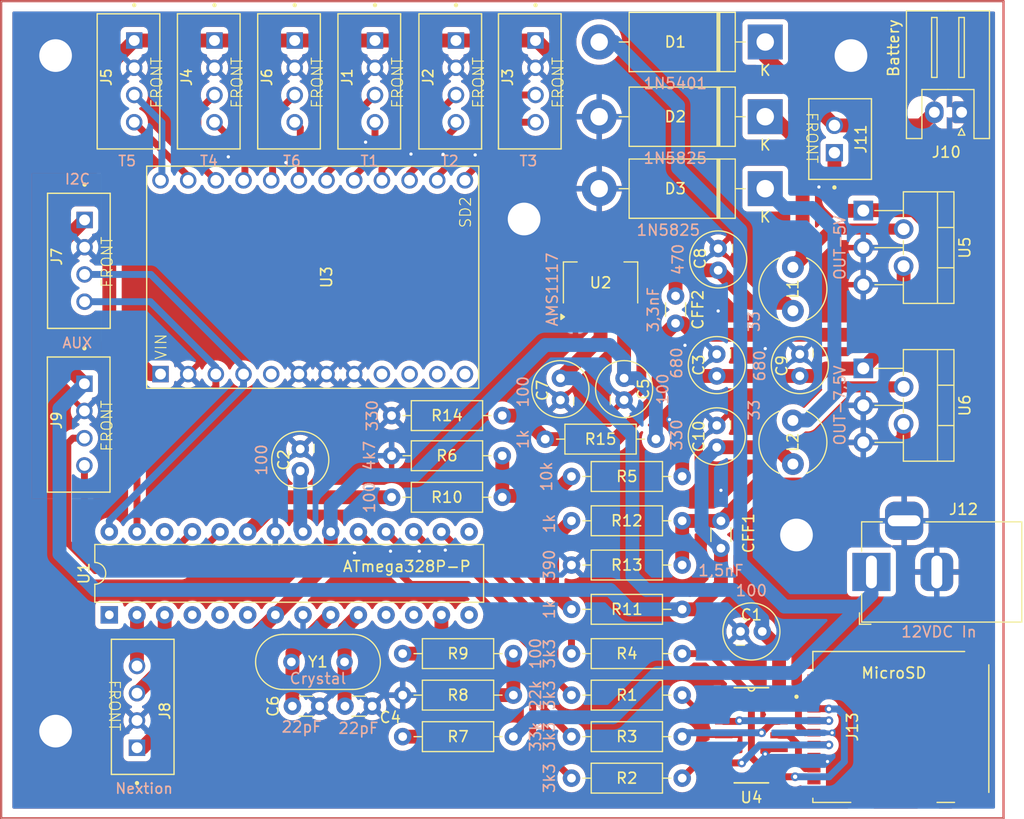
<source format=kicad_pcb>
(kicad_pcb (version 20240108) (generator "pcbnew") (generator_version "8.0")
  (layers (0 "F.Cu" signal) (31 "B.Cu" signal) (34 "B.Paste" user) (35 "F.Paste" user) (36 "B.SilkS" user "B.Silkscreen") (37 "F.SilkS" user "F.Silkscreen") (38 "B.Mask" user) (39 "F.Mask" user) (44 "Edge.Cuts" user))
  (net 0 "")
  (net 1 "Net-(U1-AREF)")
  (net 2 "Net-(U1-XTAL2{slash}PB7)")
  (net 3 "3V3DC")
  (net 4 "5VDC")
  (net 5 "Chg_Indicator")
  (net 6 "Net-(U1-XTAL1{slash}PB6)")
  (net 7 "Net-(U6-FB)")
  (net 8 "Net-(U5-FB)")
  (net 9 "Net-(D1-A)")
  (net 10 "CLK")
  (net 11 "Net-(D1-K)")
  (net 12 "Net-(D2-K)")
  (net 13 "Net-(D3-K)")
  (net 14 "MISO")
  (net 15 "Bat_Measure")
  (net 16 "CS")
  (net 18 "RX")
  (net 19 "TX")
  (net 20 "MOSI")
  (net 21 "AUX1")
  (net 26 "SCL")
  (net 27 "AUX2")
  (net 28 "SDA")
  (net 30 "Net-(U4-B0)")
  (net 31 "Net-(U4-B1)")
  (net 32 "CLK_L")
  (net 33 "MISO_L")
  (net 34 "CS_L")
  (net 35 "MOSI_L")
  (net 36 "Net-(U4-B2)")
  (net 37 "VBatt")
  (net 38 "7V5DC")
  (net 39 "Net-(U4-B3)")
  (net 46 "SDA2")
  (net 48 "SDA4")
  (net 49 "SCL5")
  (net 50 "SCL3")
  (net 51 "SCL0")
  (net 52 "SDA1")
  (net 53 "SDA5")
  (net 54 "SCL4")
  (net 55 "SDA3")
  (net 56 "SCL1")
  (net 57 "SCL2")
  (net 58 "SDA0")
  (net 59 "Net-(R10-Pad2)")
  (net 60 "Net-(R7-Pad2)")
  (net 61 "Net-(R11-Pad2)")
  (net 67 "GND")
  (footprint "Project_Fania_Ersa:JST_B4B-XH-A_LF__SN_" (layer "F.Cu") (at 133.205 75.526 90)
    (property "Reference" "J6")
    (property "Value" "T6")
  )
  (footprint "Capacitor_THT:C_Disc_D3.0mm_W1.6mm_P2.50mm" (layer "F.Cu") (at 138.342 132.87)
    (property "Reference" "C4")
    (property "Value" "22pF")
  )
  (footprint "Project_Fania_Ersa:JST_B4B-XH-A_LF__SN_" (layer "F.Cu") (at 118.473 75.526 90)
    (property "Reference" "J5")
    (property "Value" "T5")
  )
  (footprint "Project_Fania_Ersa:SOIC127P600X175-14N" (layer "F.Cu") (at 175.64 135.537)
    (property "Reference" "U4")
    (property "Value" "IC-SD")
  )
  (footprint "Package_DIP:DIP-28_W7.62mm" (layer "F.Cu") (at 116.712 124.488 90)
    (property "Reference" "U1")
    (property "Value" "ATmega328P-P")
  )
  (footprint "Project_Fania_Ersa:JST_B4B-XH-A_LF__SN_" (layer "F.Cu") (at 148.003 75.526 90)
    (property "Reference" "J2")
    (property "Value" "T2")
  )
  (footprint "Resistor_THT:R_Axial_DIN0207_L6.3mm_D2.5mm_P10.16mm_Horizontal" (layer "F.Cu") (at 169.29 123.98 180)
    (property "Reference" "R11")
    (property "Value" "1k")
  )
  (footprint "Resistor_THT:R_Axial_DIN0207_L6.3mm_D2.5mm_P10.16mm_Horizontal" (layer "F.Cu") (at 142.62 106.2)
    (property "Reference" "R14")
    (property "Value" "330")
  )
  (footprint "" (layer "F.Cu") (at 179.7794 117.157)
    (property "Reference" "")
    (property "Value" "")
  )
  (footprint "Inductor_THT:L_Radial_D6.0mm_P4.00mm" (layer "F.Cu") (at 179.45 106.645 -90)
    (property "Reference" "L2")
    (property "Value" "33")
  )
  (footprint "Capacitor_THT:C_Disc_D3.0mm_W1.6mm_P2.50mm" (layer "F.Cu") (at 168.6804 95.2272 -90)
    (property "Reference" "CFF2")
    (property "Value" "3,3nF")
  )
  (footprint "Resistor_THT:R_Axial_DIN0207_L6.3mm_D2.5mm_P10.16mm_Horizontal" (layer "F.Cu") (at 142.62 113.693)
    (property "Reference" "R10")
    (property "Value" "100")
  )
  (footprint "Resistor_THT:R_Axial_DIN0207_L6.3mm_D2.5mm_P10.16mm_Horizontal" (layer "F.Cu") (at 169.29 111.788 180)
    (property "Reference" "R5")
    (property "Value" "10k")
  )
  (footprint "Project_Fania_Ersa:HRS_DM3AT-SF-PEJM5" (layer "F.Cu") (at 189.356 134.775 90)
    (property "Reference" "J13")
    (property "Value" "MicroSD")
  )
  (footprint "Capacitor_THT:C_Disc_D3.0mm_W1.6mm_P2.50mm" (layer "F.Cu") (at 133.516 132.87)
    (property "Reference" "C6")
    (property "Value" "22pF")
  )
  (footprint "Package_TO_SOT_SMD:SOT-223-3_TabPin2" (layer "F.Cu") (at 161.797 94.008 90)
    (property "Reference" "U2")
    (property "Value" "AMS1117")
  )
  (footprint "Diode_THT:D_DO-201AD_P15.24mm_Horizontal" (layer "F.Cu") (at 176.91 85.372 180)
    (property "Reference" "D3")
    (property "Value" "1N5825")
  )
  (footprint "Project_Fania_Ersa:JST_B4B-XH-A_LF__SN_" (layer "F.Cu") (at 119.777 132.93 -90)
    (property "Reference" "J8")
    (property "Value" "Nextion")
  )
  (footprint "Capacitor_THT:C_Radial_D5.0mm_H11.0mm_P2.00mm" (layer "F.Cu") (at 172.465 102.565 90)
    (property "Reference" "C3")
    (property "Value" "680")
  )
  (footprint "Resistor_THT:R_Axial_DIN0207_L6.3mm_D2.5mm_P10.16mm_Horizontal" (layer "F.Cu") (at 143.636 128.044)
    (property "Reference" "R9")
    (property "Value" "100")
  )
  (footprint "Resistor_THT:R_Axial_DIN0207_L6.3mm_D2.5mm_P10.16mm_Horizontal" (layer "F.Cu") (at 159.13 139.474)
    (property "Reference" "R2")
    (property "Value" "3k3")
  )
  (footprint "Capacitor_THT:C_Disc_D3.0mm_W1.6mm_P2.50mm" (layer "F.Cu") (at 172.846 118.372 90)
    (property "Reference" "CFF1")
    (property "Value" "1,5nF")
  )
  (footprint "Resistor_THT:R_Axial_DIN0207_L6.3mm_D2.5mm_P10.16mm_Horizontal" (layer "F.Cu") (at 159.13 131.854)
    (property "Reference" "R1")
    (property "Value" "3k3")
  )
  (footprint "Capacitor_THT:C_Radial_D5.0mm_H11.0mm_P2.00mm" (layer "F.Cu") (at 172.592 92.865 90)
    (property "Reference" "C8")
    (property "Value" "470")
  )
  (footprint "Inductor_THT:L_Radial_D6.0mm_P4.00mm" (layer "F.Cu") (at 179.45 92.58 -90)
    (property "Reference" "L1")
    (property "Value" "33")
  )
  (footprint "Resistor_THT:R_Axial_DIN0207_L6.3mm_D2.5mm_P10.16mm_Horizontal" (layer "F.Cu") (at 159.13 115.852)
    (property "Reference" "R12")
    (property "Value" "1k")
  )
  (footprint "Connector_JST:JST_XH_S2B-XH-A_1x02_P2.50mm_Horizontal" (layer "F.Cu") (at 194.93 78.3616 180)
    (property "Reference" "J10")
    (property "Value" "Battery")
  )
  (footprint "Project_Fania_Ersa:JST_B4B-XH-A_LF__SN_" (layer "F.Cu") (at 125.839 75.526 90)
    (property "Reference" "J4")
    (property "Value" "T4")
  )
  (footprint "Connector_BarrelJack:BarrelJack_Horizontal" (layer "F.Cu") (at 186.658 120.551 180)
    (property "Reference" "J12")
    (property "Value" "12VDC In")
  )
  (footprint "Resistor_THT:R_Axial_DIN0207_L6.3mm_D2.5mm_P10.16mm_Horizontal" (layer "F.Cu") (at 153.796 135.664 180)
    (property "Reference" "R7")
    (property "Value" "33k")
  )
  (footprint "Capacitor_THT:C_Radial_D5.0mm_H11.0mm_P2.00mm" (layer "F.Cu") (at 158.114 102.771 -90)
    (property "Reference" "C7")
    (property "Value" "100")
  )
  (footprint "Capacitor_THT:C_Radial_D5.0mm_H11.0mm_P2.00mm" (layer "F.Cu") (at 172.465 109.105 90)
    (property "Reference" "C10")
    (property "Value" "330")
  )
  (footprint "Diode_THT:D_DO-201AD_P15.24mm_Horizontal" (layer "F.Cu") (at 176.91 78.768 180)
    (property "Reference" "D2")
    (property "Value" "1N5825")
  )
  (footprint "Resistor_THT:R_Axial_DIN0207_L6.3mm_D2.5mm_P10.16mm_Horizontal" (layer "F.Cu") (at 159.13 119.916)
    (property "Reference" "R13")
    (property "Value" "390")
  )
  (footprint "Capacitor_THT:C_Radial_D5.0mm_H11.0mm_P2.00mm" (layer "F.Cu") (at 134.238 111.264 90)
    (property "Reference" "C2")
    (property "Value" "100")
  )
  (footprint "Package_TO_SOT_THT:TO-220-5_P3.4x3.7mm_StaggerOdd_Lead3.8mm_Vertical" (layer "F.Cu") (at 185.91 101.862 -90)
    (property "Reference" "U6")
    (property "Value" "OUT-7,5V")
  )
  (footprint "Resistor_THT:R_Axial_DIN0207_L6.3mm_D2.5mm_P10.16mm_Horizontal" (layer "F.Cu") (at 159.13 135.664)
    (property "Reference" "R3")
    (property "Value" "3k3")
  )
  (footprint "Project_Fania_Ersa:JST_B4B-XH-A_LF__SN_" (layer "F.Cu") (at 113.901 107.022 90)
    (property "Reference" "J9")
    (property "Value" "AUX")
  )
  (footprint "Resistor_THT:R_Axial_DIN0207_L6.3mm_D2.5mm_P10.16mm_Horizontal" (layer "F.Cu") (at 166.877 108.359 180)
    (property "Reference" "R15")
    (property "Value" "1k")
  )
  (footprint "Project_Fania_Ersa:JST_B4B-XH-A_LF__SN_" (layer "F.Cu") (at 140.571 75.526 90)
    (property "Reference" "J1")
    (property "Value" "T1")
  )
  (footprint "Capacitor_THT:C_Radial_D5.0mm_H11.0mm_P2.00mm" (layer "F.Cu") (at 176.64 126.012 180)
    (property "Reference" "C1")
    (property "Value" "100")
  )
  (footprint "Resistor_THT:R_Axial_DIN0207_L6.3mm_D2.5mm_P10.16mm_Horizontal" (layer "F.Cu") (at 152.78 109.883 180)
    (property "Reference" "R6")
    (property "Value" "4k7")
  )
  (footprint "Resistor_THT:R_Axial_DIN0207_L6.3mm_D2.5mm_P10.16mm_Horizontal" (layer "F.Cu") (at 159.13 128.044)
    (property "Reference" "R4")
    (property "Value" "3k3")
  )
  (footprint "Project_Fania_Ersa:JST_B2B-XH-A" (layer "F.Cu") (at 183.785 80.82 -90)
    (property "Reference" "J11")
    (property "Value" "Switch")
  )
  (footprint "" (layer "F.Cu") (at 184.7794 73.157)
    (property "Reference" "")
    (property "Value" "")
  )
  (footprint "Project_Fania_Ersa:JST_B4B-XH-A_LF__SN_" (layer "F.Cu") (at 113.918 91.996 90)
    (property "Reference" "J7")
    (property "Value" "I2C")
  )
  (footprint "Project_Fania_Ersa:JST_B4B-XH-A_LF__SN_" (layer "F.Cu") (at 155.303 75.526 90)
    (property "Reference" "J3")
    (property "Value" "T3")
  )
  (footprint "Resistor_THT:R_Axial_DIN0207_L6.3mm_D2.5mm_P10.16mm_Horizontal" (layer "F.Cu") (at 153.796 131.854 180)
    (property "Reference" "R8")
    (property "Value" "22k")
  )
  (footprint "Capacitor_THT:C_Radial_D5.0mm_H11.0mm_P2.00mm" (layer "F.Cu") (at 180.085 102.565 90)
    (property "Reference" "C9")
    (property "Value" "680")
  )
  (footprint "Capacitor_THT:C_Radial_D5.0mm_H11.0mm_P2.00mm" (layer "F.Cu") (at 163.956 102.771 -90)
    (property "Reference" "C5")
    (property "Value" "100")
  )
  (footprint "" (layer "F.Cu") (at 111.7794 73.157)
    (property "Reference" "")
    (property "Value" "")
  )
  (footprint "Package_TO_SOT_THT:TO-220-5_P3.4x3.7mm_StaggerOdd_Lead3.8mm_Vertical" (layer "F.Cu") (at 185.91 87.384 -90)
    (property "Reference" "U5")
    (property "Value" "OUT-5V")
  )
  (footprint "Crystal:Crystal_HC49-4H_Vertical" (layer "F.Cu") (at 138.302 128.806 180)
    (property "Reference" "Y1")
    (property "Value" "Crystal")
  )
  (footprint "Project_Fania_Ersa:PCA9548A" (layer "F.Cu") (at 136.651 93.5 90)
    (property "Reference" "U3")
    (property "Value" "PCA9548A_Board")
  )
  (footprint "Diode_THT:D_DO-201AD_P15.24mm_Horizontal" (layer "F.Cu") (at 176.91 71.91 180)
    (property "Reference" "D1")
    (property "Value" "1N5401")
  )
  (footprint "" (layer "F.Cu") (at 154.7794 88.157)
    (property "Reference" "")
    (property "Value" "")
  )
  (footprint "" (layer "F.Cu") (at 111.7794 135.157)
    (property "Reference" "")
    (property "Value" "")
  )
  (gr_rect (start 106.7794 68.157) (end 198.7794 143.157) (stroke (width 0.2)) (fill none) (layer "F.Cu"))
  (gr_rect (start 106.7794 68.157) (end 198.7794 143.157) (stroke (width 0.05)) (fill none) (layer "Edge.Cuts"))
  (segment (start 134.238 111.264) (end 134.238 116.614) (width 1.27) (layer "B.Cu") (net 1))
  (segment (start 134.238 116.614) (end 134.492 116.868) (width 1.27) (layer "B.Cu") (net 1))
  (segment (start 138.302 132.83) (end 138.302 125.758) (width 1.27) (layer "F.Cu") (net 2))
  (segment (start 138.302 125.758) (end 139.572 124.488) (width 1.27) (layer "F.Cu") (net 2))
  (segment (start 138.342 132.87) (end 138.302 132.83) (width 1.27) (layer "F.Cu") (net 2))
  (segment (start 118.998 71.776) (end 116.712 74.062) (width 1.27) (layer "F.Cu") (net 3))
  (segment (start 181.381 135.3) (end 180.558968 135.3) (width 0.635) (layer "F.Cu") (net 3))
  (segment (start 161.797 97.158) (end 161.797 99.088) (width 1.27) (layer "F.Cu") (net 3))
  (segment (start 163.702 75.847) (end 160.019 75.847) (width 1.27) (layer "F.Cu") (net 3))
  (segment (start 161.797 90.858) (end 161.797 97.158) (width 1.27) (layer "F.Cu") (net 3))
  (segment (start 179.069 131.727) (end 178.18 131.727) (width 0.635) (layer "F.Cu") (net 3))
  (segment (start 118.998 71.776) (end 155.828 71.776) (width 1.27) (layer "F.Cu") (net 3))
  (segment (start 155.948 71.776) (end 155.828 71.776) (width 1.27) (layer "F.Cu") (net 3))
  (segment (start 165.988 78.133) (end 163.702 75.847) (width 1.27) (layer "F.Cu") (net 3))
  (segment (start 179.958 134.699032) (end 179.958 132.616) (width 0.635) (layer "F.Cu") (net 3))
  (segment (start 116.712 74.062) (end 116.712 98.58) (width 1.27) (layer "F.Cu") (net 3))
  (segment (start 179.958 132.616) (end 179.069 131.727) (width 0.635) (layer "F.Cu") (net 3))
  (segment (start 178.18 127.552) (end 176.64 126.012) (width 1.27) (layer "F.Cu") (net 3))
  (segment (start 165.988 86.667) (end 165.988 78.133) (width 1.27) (layer "F.Cu") (net 3))
  (segment (start 180.558968 135.3) (end 179.958 134.699032) (width 0.635) (layer "F.Cu") (net 3))
  (segment (start 178.18 131.727) (end 178.18 127.552) (width 1.27) (layer "F.Cu") (net 3))
  (segment (start 161.797 90.858) (end 165.988 86.667) (width 1.27) (layer "F.Cu") (net 3))
  (segment (start 161.797 99.088) (end 158.114 102.771) (width 1.27) (layer "F.Cu") (net 3))
  (segment (start 116.712 98.58) (end 120.522 102.39) (width 1.27) (layer "F.Cu") (net 3))
  (segment (start 120.522 102.39) (end 121.411 102.39) (width 1.27) (layer "F.Cu") (net 3))
  (segment (start 160.019 75.847) (end 155.948 71.776) (width 1.27) (layer "F.Cu") (net 3))
  (segment (start 164.718 107.978) (end 164.718 120.932) (width 1.27) (layer "B.Cu") (net 3))
  (segment (start 159.511 102.771) (end 164.718 107.978) (width 1.27) (layer "B.Cu") (net 3))
  (segment (start 173.96137 122.202) (end 176.64 124.88063) (width 1.27) (layer "B.Cu") (net 3))
  (segment (start 158.114 102.771) (end 159.511 102.771) (width 1.27) (layer "B.Cu") (net 3))
  (segment (start 164.718 120.932) (end 165.988 122.202) (width 1.27) (layer "B.Cu") (net 3))
  (segment (start 176.64 124.88063) (end 176.64 126.012) (width 1.27) (layer "B.Cu") (net 3))
  (segment (start 165.988 122.202) (end 173.96137 122.202) (width 1.27) (layer "B.Cu") (net 3))
  (segment (start 166.496 92.865) (end 164.097 95.264) (width 1.27) (layer "F.Cu") (net 4))
  (segment (start 172.592 92.865) (end 168.909 92.865) (width 1.27) (layer "F.Cu") (net 4))
  (segment (start 172.592 92.865) (end 175.577 95.85) (width 1.27) (layer "F.Cu") (net 4))
  (segment (start 164.097 95.264) (end 164.097 97.158) (width 1.27) (layer "F.Cu") (net 4))
  (segment (start 168.6804 95.2272) (end 168.6804 93.0936) (width 1.27) (layer "F.Cu") (net 4))
  (segment (start 164.097 97.158) (end 163.956 97.299) (width 1.27) (layer "F.Cu") (net 4))
  (segment (start 168.909 92.865) (end 166.496 92.865) (width 1.27) (layer "F.Cu") (net 4))
  (segment (start 168.6804 93.0936) (end 168.909 92.865) (width 1.27) (layer "F.Cu") (net 4))
  (segment (start 163.956 97.299) (end 163.956 102.771) (width 1.27) (layer "F.Cu") (net 4))
  (segment (start 175.577 95.85) (end 178.72 95.85) (width 1.27) (layer "F.Cu") (net 4))
  (segment (start 137.032 119.408) (end 137.032 116.868) (width 1.27) (layer "F.Cu") (net 4))
  (segment (start 131.952 124.488) (end 137.032 119.408) (width 1.27) (layer "F.Cu") (net 4))
  (segment (start 119.76 136.68) (end 119.252 136.68) (width 1.27) (layer "F.Cu") (net 4))
  (segment (start 178.72 95.85) (end 179.45 96.58) (width 1.27) (layer "F.Cu") (net 4))
  (segment (start 131.952 124.488) (end 119.76 136.68) (width 1.27) (layer "F.Cu") (net 4))
  (segment (start 165.08737 102.771) (end 166.877 104.56063) (width 1.27) (layer "B.Cu") (net 4))
  (segment (start 137.032 116.868) (end 137.032 114.455) (width 1.27) (layer "B.Cu") (net 4))
  (segment (start 137.032 114.455) (end 139.826 111.661) (width 1.27) (layer "B.Cu") (net 4))
  (segment (start 163.956 102.771) (end 165.08737 102.771) (width 1.27) (layer "B.Cu") (net 4))
  (segment (start 139.826 111.661) (end 144.779 111.661) (width 1.27) (layer "B.Cu") (net 4))
  (segment (start 162.6225 99.723) (end 163.956 101.0565) (width 1.27) (layer "B.Cu") (net 4))
  (segment (start 156.717 99.723) (end 162.6225 99.723) (width 1.27) (layer "B.Cu") (net 4))
  (segment (start 144.779 111.661) (end 156.717 99.723) (width 1.27) (layer "B.Cu") (net 4))
  (segment (start 166.877 104.56063) (end 166.877 108.359) (width 1.27) (layer "B.Cu") (net 4))
  (segment (start 163.956 101.0565) (end 163.956 102.771) (width 1.27) (layer "B.Cu") (net 4))
  (segment (start 147.192 126.52) (end 147.192 124.488) (width 1.27) (layer "F.Cu") (net 5))
  (segment (start 145.668 128.044) (end 147.192 126.52) (width 1.27) (layer "F.Cu") (net 5))
  (segment (start 143.636 128.044) (end 145.668 128.044) (width 1.27) (layer "F.Cu") (net 5))
  (segment (start 133.516 132.87) (end 133.516 128.004) (width 1.27) (layer "F.Cu") (net 6))
  (segment (start 133.516 128.004) (end 137.032 124.488) (width 1.27) (layer "F.Cu") (net 6))
  (segment (start 169.29 119.916) (end 169.29 115.852) (width 1.27) (layer "F.Cu") (net 7))
  (segment (start 189.61 106.962) (end 189.61 108.234792) (width 1.27) (layer "F.Cu") (net 7))
  (segment (start 169.31 115.872) (end 169.29 115.852) (width 1.27) (layer "F.Cu") (net 7))
  (segment (start 172.846 115.872) (end 169.31 115.872) (width 1.27) (layer "F.Cu") (net 7))
  (segment (start 189.61 108.234792) (end 185.319792 112.525) (width 1.27) (layer "F.Cu") (net 7))
  (segment (start 176.193 112.525) (end 172.846 115.872) (width 1.27) (layer "F.Cu") (net 7))
  (segment (start 185.319792 112.525) (end 176.193 112.525) (width 1.27) (layer "F.Cu") (net 7))
  (segment (start 163.194 108.359) (end 167.131 104.422) (width 1.27) (layer "F.Cu") (net 8))
  (segment (start 169.3662 97.7272) (end 170.4222 98.7832) (width 1.27) (layer "F.Cu") (net 8))
  (segment (start 185.1904 98.7832) (end 189.61 94.3636) (width 1.27) (layer "F.Cu") (net 8))
  (segment (start 154.558 106.2) (end 156.717 108.359) (width 1.27) (layer "F.Cu") (net 8))
  (segment (start 189.61 94.3636) (end 189.61 92.484) (width 1.27) (layer "F.Cu") (net 8))
  (segment (start 167.131 99.2766) (end 168.6804 97.7272) (width 1.27) (layer "F.Cu") (net 8))
  (segment (start 152.78 106.2) (end 154.558 106.2) (width 1.27) (layer "F.Cu") (net 8))
  (segment (start 168.6804 97.7272) (end 169.3662 97.7272) (width 1.27) (layer "F.Cu") (net 8))
  (segment (start 156.717 108.359) (end 163.194 108.359) (width 1.27) (layer "F.Cu") (net 8))
  (segment (start 167.131 104.422) (end 167.131 99.2766) (width 1.27) (layer "F.Cu") (net 8))
  (segment (start 170.4222 98.7832) (end 185.1904 98.7832) (width 1.27) (layer "F.Cu") (net 8))
  (segment (start 174.624 119.662) (end 174.624 89.182) (width 1.27) (layer "B.Cu") (net 9))
  (segment (start 179.45 129.822) (end 186.054 123.218) (width 1.27) (layer "B.Cu") (net 9))
  (segment (start 186.054 123.218) (end 185.546 123.726) (width 1.27) (layer "B.Cu") (net 9))
  (segment (start 168.909 83.467) (end 168.909 77.752) (width 1.27) (layer "B.Cu") (net 9))
  (segment (start 168.909 77.752) (end 163.067 71.91) (width 1.27) (layer "B.Cu") (net 9))
  (segment (start 178.688 123.726) (end 174.624 119.662) (width 1.27) (layer "B.Cu") (net 9))
  (segment (start 162.94 133.886) (end 167.004 129.822) (width 1.27) (layer "B.Cu") (net 9))
  (segment (start 186.658 120.551) (end 186.658 122.614) (width 1.27) (layer "B.Cu") (net 9))
  (segment (start 155.574 133.886) (end 162.94 133.886) (width 1.27) (layer "B.Cu") (net 9))
  (segment (start 185.546 123.726) (end 178.688 123.726) (width 1.27) (layer "B.Cu") (net 9))
  (segment (start 163.067 71.91) (end 161.67 71.91) (width 1.27) (layer "B.Cu") (net 9))
  (segment (start 153.796 135.664) (end 155.574 133.886) (width 1.27) (layer "B.Cu") (net 9))
  (segment (start 167.004 129.822) (end 179.45 129.822) (width 1.27) (layer "B.Cu") (net 9))
  (segment (start 174.624 89.182) (end 168.909 83.467) (width 1.27) (layer "B.Cu") (net 9))
  (segment (start 186.658 122.614) (end 186.054 123.218) (width 1.27) (layer "B.Cu") (net 9))
  (segment (start 139.572 116.868) (end 144.398 121.694) (width 0.635) (layer "F.Cu") (net 10))
  (segment (start 155.574 127.663) (end 155.574 135.918) (width 0.635) (layer "F.Cu") (net 10))
  (segment (start 149.605 121.694) (end 155.574 127.663) (width 0.635) (layer "F.Cu") (net 10))
  (segment (start 144.398 121.694) (end 149.605 121.694) (width 0.635) (layer "F.Cu") (net 10))
  (segment (start 155.574 135.918) (end 159.13 139.474) (width 0.635) (layer "F.Cu") (net 10))
  (segment (start 176.91 73.22) (end 183.26 79.57) (width 1.27) (layer "F.Cu") (net 11))
  (segment (start 191.2216 79.57) (end 192.43 78.3616) (width 1.27) (layer "F.Cu") (net 11))
  (segment (start 183.26 79.57) (end 191.2216 79.57) (width 1.27) (layer "F.Cu") (net 11))
  (segment (start 176.91 71.91) (end 176.91 73.22) (width 1.27) (layer "F.Cu") (net 11))
  (segment (start 180.339 81.435) (end 180.339 91.691) (width 1.27) (layer "F.Cu") (net 12))
  (segment (start 180.339 91.691) (end 179.45 92.58) (width 1.27) (layer "F.Cu") (net 12))
  (segment (start 177.672 78.768) (end 180.339 81.435) (width 1.27) (layer "F.Cu") (net 12))
  (segment (start 189.61 89.084) (end 182.946 89.084) (width 1.016) (layer "F.Cu") (net 12))
  (segment (start 182.946 89.084) (end 179.45 92.58) (width 1.016) (layer "F.Cu") (net 12))
  (segment (start 176.91 78.768) (end 177.672 78.768) (width 1.27) (layer "F.Cu") (net 12))
  (segment (start 183.866 103.562) (end 180.783 106.645) (width 1.016) (layer "F.Cu") (net 13))
  (segment (start 180.783 106.645) (end 179.45 106.645) (width 1.016) (layer "F.Cu") (net 13))
  (segment (start 189.61 103.562) (end 183.866 103.562) (width 1.016) (layer "F.Cu") (net 13))
  (segment (start 176.91 85.372) (end 178.688 87.15) (width 1.27) (layer "B.Cu") (net 13))
  (segment (start 183.26 89.182) (end 183.26 104.168) (width 1.27) (layer "B.Cu") (net 13))
  (segment (start 183.26 104.168) (end 180.783 106.645) (width 1.27) (layer "B.Cu") (net 13))
  (segment (start 181.228 87.15) (end 183.26 89.182) (width 1.27) (layer "B.Cu") (net 13))
  (segment (start 180.783 106.645) (end 179.45 106.645) (width 1.27) (layer "B.Cu") (net 13))
  (segment (start 178.688 87.15) (end 181.228 87.15) (width 1.27) (layer "B.Cu") (net 13))
  (segment (start 150.24 120.678) (end 156.59 127.028) (width 0.635) (layer "F.Cu") (net 14))
  (segment (start 145.922 120.678) (end 150.24 120.678) (width 0.635) (layer "F.Cu") (net 14))
  (segment (start 156.59 133.124) (end 159.13 135.664) (width 0.635) (layer "F.Cu") (net 14))
  (segment (start 156.59 127.028) (end 156.59 133.124) (width 0.635) (layer "F.Cu") (net 14))
  (segment (start 142.112 116.868) (end 145.922 120.678) (width 0.635) (layer "F.Cu") (net 14))
  (segment (start 142.62 113.693) (end 132.587 113.693) (width 1.27) (layer "F.Cu") (net 15))
  (segment (start 132.587 113.693) (end 129.412 116.868) (width 1.27) (layer "F.Cu") (net 15))
  (segment (start 151.51 118.646) (end 159.13 126.266) (width 0.635) (layer "F.Cu") (net 16))
  (segment (start 148.97 118.646) (end 151.51 118.646) (width 0.635) (layer "F.Cu") (net 16))
  (segment (start 147.192 116.868) (end 148.97 118.646) (width 0.635) (layer "F.Cu") (net 16))
  (segment (start 159.13 126.266) (end 159.13 128.044) (width 0.635) (layer "F.Cu") (net 16))
  (segment (start 119.252 124.488) (end 119.252 129.18) (width 1.27) (layer "F.Cu") (net 18))
  (segment (start 121.792 124.488) (end 121.792 129.14) (width 1.27) (layer "F.Cu") (net 19))
  (segment (start 121.792 129.14) (end 119.252 131.68) (width 1.27) (layer "F.Cu") (net 19))
  (segment (start 151.002 119.662) (end 157.606 126.266) (width 0.635) (layer "F.Cu") (net 20))
  (segment (start 157.606 126.266) (end 157.606 130.33) (width 0.635) (layer "F.Cu") (net 20))
  (segment (start 147.446 119.662) (end 151.002 119.662) (width 0.635) (layer "F.Cu") (net 20))
  (segment (start 144.652 116.868) (end 147.446 119.662) (width 0.635) (layer "F.Cu") (net 20))
  (segment (start 157.606 130.33) (end 159.13 131.854) (width 0.635) (layer "F.Cu") (net 20))
  (segment (start 113.37 108.272) (end 112.902 108.74) (width 0.635) (layer "F.Cu") (net 21))
  (segment (start 115.442 120.424) (end 123.316 120.424) (width 0.635) (layer "F.Cu") (net 21))
  (segment (start 123.316 120.424) (end 126.872 116.868) (width 0.635) (layer "F.Cu") (net 21))
  (segment (start 112.902 108.74) (end 112.902 117.884) (width 0.635) (layer "F.Cu") (net 21))
  (segment (start 112.902 117.884) (end 115.442 120.424) (width 0.635) (layer "F.Cu") (net 21))
  (segment (start 114.426 108.272) (end 113.37 108.272) (width 0.635) (layer "F.Cu") (net 21))
  (segment (start 129.031 102.39) (end 129.031 103.533) (width 0.635) (layer "B.Cu") (net 26))
  (segment (start 116.712 115.852) (end 116.712 116.868) (width 0.635) (layer "B.Cu") (net 26))
  (segment (start 114.443 93.246) (end 120.522 93.246) (width 0.635) (layer "B.Cu") (net 26))
  (segment (start 129.031 103.533) (end 116.712 115.852) (width 0.635) (layer "B.Cu") (net 26))
  (segment (start 120.522 93.246) (end 129.031 101.755) (width 0.635) (layer "B.Cu") (net 26))
  (segment (start 129.031 101.755) (end 129.031 102.39) (width 0.635) (layer "B.Cu") (net 26))
  (segment (start 114.426 117.63) (end 115.95 119.154) (width 0.635) (layer "F.Cu") (net 27))
  (segment (start 115.95 119.154) (end 122.046 119.154) (width 0.635) (layer "F.Cu") (net 27))
  (segment (start 122.046 119.154) (end 124.332 116.868) (width 0.635) (layer "F.Cu") (net 27))
  (segment (start 114.426 110.772) (end 114.426 117.63) (width 0.635) (layer "F.Cu") (net 27))
  (segment (start 126.491 102.39) (end 126.491 103.533) (width 0.635) (layer "F.Cu") (net 28))
  (segment (start 119.252 110.772) (end 119.252 116.868) (width 0.635) (layer "F.Cu") (net 28))
  (segment (start 126.491 103.533) (end 119.252 110.772) (width 0.635) (layer "F.Cu") (net 28))
  (segment (start 114.443 95.746) (end 120.482 95.746) (width 0.635) (layer "B.Cu") (net 28))
  (segment (start 120.482 95.746) (end 126.491 101.755) (width 0.635) (layer "B.Cu") (net 28))
  (segment (start 126.491 101.755) (end 126.491 102.39) (width 0.635) (layer "B.Cu") (net 28))
  (segment (start 173.1 132.997) (end 170.433 132.997) (width 0.508) (layer "F.Cu") (net 30))
  (segment (start 170.433 132.997) (end 169.29 131.854) (width 0.508) (layer "F.Cu") (net 30))
  (segment (start 169.29 139.474) (end 171.957 136.807) (width 0.635) (layer "F.Cu") (net 31))
  (segment (start 171.957 136.807) (end 173.1 136.807) (width 0.635) (layer "F.Cu") (net 31))
  (segment (start 181.381 136.4) (end 182.472 136.4) (width 0.635) (layer "F.Cu") (net 32))
  (segment (start 173.1 138.077) (end 174.751 138.077) (width 0.635) (layer "F.Cu") (net 32))
  (via (at 182.752 136.426) (size 0.8) (drill 0.4) (layers "F.Cu" "B.Cu") (net 32))
  (via (at 174.751 138.077) (size 0.8) (drill 0.4) (layers "F.Cu" "B.Cu") (net 32))
  (segment (start 176.402 136.426) (end 174.751 138.077) (width 0.635) (layer "B.Cu") (net 32))
  (segment (start 182.752 136.426) (end 176.402 136.426) (width 0.635) (layer "B.Cu") (net 32))
  (segment (start 179.958 137.95) (end 179.958 136.426) (width 0.635) (layer "F.Cu") (net 33))
  (segment (start 180.608 138.6) (end 179.958 137.95) (width 0.635) (layer "F.Cu") (net 33))
  (segment (start 179.958 136.426) (end 179.069 135.537) (width 0.635) (layer "F.Cu") (net 33))
  (segment (start 181.381 138.6) (end 180.608 138.6) (width 0.635) (layer "F.Cu") (net 33))
  (segment (start 179.069 135.537) (end 178.18 135.537) (width 0.635) (layer "F.Cu") (net 33))
  (segment (start 182.728 133.1) (end 181.381 133.1) (width 0.635) (layer "F.Cu") (net 34))
  (segment (start 179.6532 139.347) (end 178.18 139.347) (width 0.635) (layer "F.Cu") (net 34))
  (segment (start 182.728 133.1) (end 182.474 133.1) (width 0.635) (layer "F.Cu") (net 34))
  (segment (start 182.752 133.124) (end 182.728 133.1) (width 0.635) (layer "F.Cu") (net 34))
  (via (at 182.752 133.124) (size 0.8) (drill 0.4) (layers "F.Cu" "B.Cu") (net 34))
  (via (at 179.6532 139.347) (size 0.8) (drill 0.4) (layers "F.Cu" "B.Cu") (net 34))
  (segment (start 184.1744 133.7336) (end 183.5648 133.124) (width 0.635) (layer "B.Cu") (net 34))
  (segment (start 182.7774 139.347) (end 184.1744 137.95) (width 0.635) (layer "B.Cu") (net 34))
  (segment (start 184.1744 137.95) (end 184.1744 133.7336) (width 0.635) (layer "B.Cu") (net 34))
  (segment (start 183.5648 133.124) (end 182.752 133.124) (width 0.635) (layer "B.Cu") (net 34))
  (segment (start 179.6532 139.347) (end 182.7774 139.347) (width 0.635) (layer "B.Cu") (net 34))
  (segment (start 174.5386 134.2) (end 174.4716 134.267) (width 0.635) (layer "F.Cu") (net 35))
  (segment (start 174.4716 134.267) (end 173.1 134.267) (width 0.635) (layer "F.Cu") (net 35))
  (segment (start 182.752 134.2) (end 181.381 134.2) (width 0.635) (layer "F.Cu") (net 35))
  (via (at 174.5386 134.2) (size 0.8) (drill 0.4) (layers "F.Cu" "B.Cu") (net 35))
  (via (at 182.752 134.2) (size 0.8) (drill 0.4) (layers "F.Cu" "B.Cu") (net 35))
  (segment (start 174.5386 134.2) (end 182.752 134.2) (width 0.635) (layer "B.Cu") (net 35))
  (segment (start 178.18 134.267) (end 177.6212 134.267) (width 0.635) (layer "F.Cu") (net 36))
  (segment (start 177.6212 134.267) (end 176.5798 135.3084) (width 0.635) (layer "F.Cu") (net 36))
  (via (at 176.5798 135.3084) (size 0.8) (drill 0.4) (layers "F.Cu" "B.Cu") (net 36))
  (segment (start 176.5798 135.3084) (end 169.6456 135.3084) (width 0.635) (layer "B.Cu") (net 36))
  (segment (start 169.6456 135.3084) (end 169.29 135.664) (width 0.635) (layer "B.Cu") (net 36))
  (segment (start 181.815 102.565) (end 180.085 102.565) (width 1.27) (layer "F.Cu") (net 37))
  (segment (start 170.639 102.565) (end 169.29 103.914) (width 1.27) (layer "F.Cu") (net 37))
  (segment (start 190.571 87.349) (end 185.945 87.349) (width 1.27) (layer "F.Cu") (net 37))
  (segment (start 185.89 87.404) (end 184.276 87.404) (width 1.27) (layer "F.Cu") (net 37))
  (segment (start 185.89 101.882) (end 182.498 101.882) (width 1.27) (layer "F.Cu") (net 37))
  (segment (start 192.658 89.436) (end 190.571 87.349) (width 1.27) (layer "F.Cu") (net 37))
  (segment (start 183.26 86.388) (end 183.26 82.07) (width 1.27) (layer "F.Cu") (net 37))
  (segment (start 185.945 87.349) (end 185.91 87.384) (width 1.27) (layer "F.Cu") (net 37))
  (segment (start 184.276 87.404) (end 183.26 86.388) (width 1.27) (layer "F.Cu") (net 37))
  (segment (start 172.465 102.565) (end 170.639 102.565) (width 1.27) (layer "F.Cu") (net 37))
  (segment (start 182.498 101.882) (end 181.815 102.565) (width 1.27) (layer "F.Cu") (net 37))
  (segment (start 185.91 101.862) (end 192.658 95.114) (width 1.27) (layer "F.Cu") (net 37))
  (segment (start 180.085 102.565) (end 172.465 102.565) (width 1.27) (layer "F.Cu") (net 37))
  (segment (start 185.91 87.384) (end 185.89 87.404) (width 1.27) (layer "F.Cu") (net 37))
  (segment (start 192.658 95.114) (end 192.658 89.436) (width 1.27) (layer "F.Cu") (net 37))
  (segment (start 185.91 101.862) (end 185.89 101.882) (width 1.27) (layer "F.Cu") (net 37))
  (segment (start 169.29 103.914) (end 169.29 111.788) (width 1.27) (layer "F.Cu") (net 37))
  (segment (start 177.91 109.105) (end 179.45 110.645) (width 1.27) (layer "F.Cu") (net 38))
  (segment (start 114.426 103.272) (end 112.14 100.986) (width 1.27) (layer "F.Cu") (net 38))
  (segment (start 170.56 123.98) (end 172.846 121.694) (width 1.27) (layer "F.Cu") (net 38))
  (segment (start 169.29 123.98) (end 170.56 123.98) (width 1.27) (layer "F.Cu") (net 38))
  (segment (start 112.14 100.986) (end 112.14 90.549) (width 1.27) (layer "F.Cu") (net 38))
  (segment (start 172.465 109.105) (end 177.91 109.105) (width 1.27) (layer "F.Cu") (net 38))
  (segment (start 112.14 90.549) (end 114.443 88.246) (width 1.27) (layer "F.Cu") (net 38))
  (segment (start 172.846 121.694) (end 172.846 118.372) (width 1.27) (layer "F.Cu") (net 38))
  (segment (start 164.464 123.98) (end 162.686 122.202) (width 1.27) (layer "B.Cu") (net 38))
  (segment (start 112.14 118.9) (end 112.14 105.558) (width 1.27) (layer "B.Cu") (net 38))
  (segment (start 162.686 122.202) (end 115.442 122.202) (width 1.27) (layer "B.Cu") (net 38))
  (segment (start 171.068 110.502) (end 171.068 116.594) (width 1.27) (layer "B.Cu") (net 38))
  (segment (start 171.068 116.594) (end 172.846 118.372) (width 1.27) (layer "B.Cu") (net 38))
  (segment (start 115.442 122.202) (end 112.14 118.9) (width 1.27) (layer "B.Cu") (net 38))
  (segment (start 172.465 109.105) (end 171.068 110.502) (width 1.27) (layer "B.Cu") (net 38))
  (segment (start 169.29 123.98) (end 164.464 123.98) (width 1.27) (layer "B.Cu") (net 38))
  (segment (start 112.14 105.558) (end 114.426 103.272) (width 1.27) (layer "B.Cu") (net 38))
  (segment (start 175.64 131.854) (end 175.64 137.5436) (width 0.635) (layer "F.Cu") (net 39))
  (segment (start 176.1734 138.077) (end 178.18 138.077) (width 0.635) (layer "F.Cu") (net 39))
  (segment (start 169.29 128.044) (end 171.83 128.044) (width 0.635) (layer "F.Cu") (net 39))
  (segment (start 175.64 137.5436) (end 176.1734 138.077) (width 0.635) (layer "F.Cu") (net 39))
  (segment (start 171.83 128.044) (end 175.64 131.854) (width 0.635) (layer "F.Cu") (net 39))
  (segment (start 154.431 79.276) (end 149.351 84.356) (width 0.635) (layer "F.Cu") (net 46))
  (segment (start 155.828 79.276) (end 154.431 79.276) (width 0.635) (layer "F.Cu") (net 46))
  (segment (start 149.351 84.356) (end 149.351 84.61) (width 0.635) (layer "F.Cu") (net 46))
  (segment (start 123.951 84.61) (end 123.951 84.229) (width 0.635) (layer "F.Cu") (net 48))
  (segment (start 123.951 84.229) (end 118.998 79.276) (width 0.635) (layer "F.Cu") (net 48))
  (segment (start 131.698 78.808) (end 131.698 84.483) (width 0.635) (layer "F.Cu") (net 49))
  (segment (start 133.73 76.776) (end 131.698 78.808) (width 0.635) (layer "F.Cu") (net 49))
  (segment (start 131.698 84.483) (end 131.571 84.61) (width 0.635) (layer "F.Cu") (net 49))
  (segment (start 125.0925 78.0475) (end 125.0525 78.0475) (width 0.635) (layer "F.Cu") (net 50))
  (segment (start 126.364 76.776) (end 125.0925 78.0475) (width 0.635) (layer "F.Cu") (net 50))
  (segment (start 124.84 82.959) (end 126.491 84.61) (width 0.635) (layer "F.Cu") (net 50))
  (segment (start 125.0525 78.0475) (end 124.84 78.26) (width 0.635) (layer "F.Cu") (net 50))
  (segment (start 124.84 78.26) (end 124.84 82.959) (width 0.635) (layer "F.Cu") (net 50))
  (segment (start 136.651 84.61) (end 136.651 83.975) (width 0.635) (layer "F.Cu") (net 51))
  (segment (start 139.318 81.308) (end 139.318 78.554) (width 0.635) (layer "F.Cu") (net 51))
  (segment (start 136.651 83.975) (end 139.318 81.308) (width 0.635) (layer "F.Cu") (net 51))
  (segment (start 139.318 78.554) (end 141.096 76.776) (width 0.635) (layer "F.Cu") (net 51))
  (segment (start 148.528 79.718) (end 148.528 79.276) (width 0.635) (layer "F.Cu") (net 52))
  (segment (start 144.271 83.975) (end 148.528 79.718) (width 0.635) (layer "F.Cu") (net 52))
  (segment (start 144.271 84.61) (end 144.271 83.975) (width 0.635) (layer "F.Cu") (net 52))
  (segment (start 133.73 79.276) (end 134.238 79.784) (width 0.635) (layer "F.Cu") (net 53))
  (segment (start 134.238 84.483) (end 134.111 84.61) (width 0.635) (layer "F.Cu") (net 53))
  (segment (start 134.238 79.784) (end 134.238 84.483) (width 0.635) (layer "F.Cu") (net 53))
  (segment (start 121.538 84.483) (end 121.411 84.61) (width 0.635) (layer "B.Cu") (net 54))
  (segment (start 118.998 76.776) (end 121.538 79.316) (width 0.635) (layer "B.Cu") (net 54))
  (segment (start 121.538 79.316) (end 121.538 84.483) (width 0.635) (layer "B.Cu") (net 54))
  (segment (start 129.158 82.07) (end 129.158 84.483) (width 0.635) (layer "F.Cu") (net 55))
  (segment (start 129.158 84.483) (end 129.031 84.61) (width 0.635) (layer "F.Cu") (net 55))
  (segment (start 126.364 79.276) (end 129.158 82.07) (width 0.635) (layer "F.Cu") (net 55))
  (segment (start 141.731 83.573) (end 148.528 76.776) (width 0.635) (layer "F.Cu") (net 56))
  (segment (start 141.731 84.61) (end 141.731 83.573) (width 0.635) (layer "F.Cu") (net 56))
  (segment (start 146.811 84.61) (end 146.811 84.229) (width 0.635) (layer "F.Cu") (net 57))
  (segment (start 154.264 76.776) (end 155.828 76.776) (width 0.635) (layer "F.Cu") (net 57))
  (segment (start 146.811 84.229) (end 154.264 76.776) (width 0.635) (layer "F.Cu") (net 57))
  (segment (start 139.191 84.229) (end 141.096 82.324) (width 0.635) (layer "F.Cu") (net 58))
  (segment (start 141.096 82.324) (end 141.096 79.276) (width 0.635) (layer "F.Cu") (net 58))
  (segment (start 139.191 84.61) (end 139.191 84.229) (width 0.635) (layer "F.Cu") (net 58))
  (segment (start 152.78 113.693) (end 152.78 109.883) (width 1.27) (layer "F.Cu") (net 59))
  (segment (start 157.352 113.566) (end 159.13 111.788) (width 1.27) (layer "F.Cu") (net 59))
  (segment (start 152.907 113.566) (end 157.352 113.566) (width 1.27) (layer "F.Cu") (net 59))
  (segment (start 152.78 113.693) (end 152.907 113.566) (width 1.27) (layer "F.Cu") (net 59))
  (segment (start 153.796 131.854) (end 151.002 131.854) (width 1.27) (layer "F.Cu") (net 60))
  (segment (start 147.192 135.664) (end 143.636 135.664) (width 1.27) (layer "F.Cu") (net 60))
  (segment (start 151.002 131.854) (end 147.192 135.664) (width 1.27) (layer "F.Cu") (net 60))
  (segment (start 153.796 128.044) (end 153.796 131.854) (width 1.27) (layer "F.Cu") (net 60))
  (segment (start 157.352 122.202) (end 159.13 123.98) (width 1.27) (layer "F.Cu") (net 61))
  (segment (start 157.352 117.63) (end 157.352 122.202) (width 1.27) (layer "F.Cu") (net 61))
  (segment (start 159.13 115.852) (end 157.352 117.63) (width 1.27) (layer "F.Cu") (net 61))
  (segment (start 178.18 136.807) (end 177.3625 136.807) (width 0.508) (layer "F.Cu") (net 67))
  (segment (start 177.3625 136.807) (end 176.91 137.2595) (width 0.508) (layer "F.Cu") (net 67))
  (via (at 132.9172 82.9844) (size 0.6) (drill 0.3) (layers "F.Cu" "B.Cu") (net 67))
  (via (at 139.2164 118.7984) (size 0.6) (drill 0.3) (layers "F.Cu" "B.Cu") (net 67))
  (via (at 176.91 137.2595) (size 0.6) (drill 0.3) (layers "F.Cu" "B.Cu") (net 67))
  (via (at 145.16 118.646) (size 0.6) (drill 0.3) (layers "F.Cu" "B.Cu") (net 67))
  (via (at 176.91 100.0532) (size 0.6) (drill 0.3) (layers "F.Cu" "B.Cu") (net 67))
  (via (at 182.625 137.95) (size 0.6) (drill 0.3) (layers "F.Cu" "B.Cu") (net 67))
  (via (at 172.846 113.058) (size 0.6) (drill 0.3) (layers "F.Cu" "B.Cu") (net 67))
  (via (at 169.544 99.7484) (size 0.6) (drill 0.3) (layers "F.Cu" "B.Cu") (net 67))
  (via (at 147.5476 118.5444) (size 0.6) (drill 0.3) (layers "F.Cu" "B.Cu") (net 67))
  (via (at 142.5184 118.646) (size 0.6) (drill 0.3) (layers "F.Cu" "B.Cu") (net 67))
  (via (at 168.1216 106.5556) (size 0.6) (drill 0.3) (layers "F.Cu" "B.Cu") (net 67))
  (via (at 172.592 96.5988) (size 0.6) (drill 0.3) (layers "F.Cu" "B.Cu") (net 67))
  (via (at 181.8376 85.2196) (size 0.6) (drill 0.3) (layers "F.Cu" "B.Cu") (net 67))
  (via (at 147.3444 82.2224) (size 0.6) (drill 0.3) (layers "F.Cu" "B.Cu") (net 67))
  (via (at 150.2908 82.2732) (size 0.6) (drill 0.3) (layers "F.Cu" "B.Cu") (net 67))
  (via (at 144.398 82.197) (size 0.6) (drill 0.3) (layers "F.Cu" "B.Cu") (net 67))
  (via (at 140.2324 81.1048) (size 0.6) (drill 0.3) (layers "F.Cu" "B.Cu") (net 67))
  (via (at 183.0568 135.3084) (size 0.6) (drill 0.3) (layers "F.Cu" "B.Cu") (net 67))
  (via (at 127.634 82.451) (size 0.6) (drill 0.3) (layers "F.Cu" "B.Cu") (net 67))
  (zone (net 67) (net_name "GND") (layers "F&B.Cu") (priority 1) (connect_pads (clearance 0.5)) (min_thickness 0.25) (fill yes (thermal_gap 0.5) (thermal_bridge_width 0.5))
    (polygon (pts (xy 109.6 83.975) (xy 115.95 83.975) (xy 115.95 113.82) (xy 109.6 113.82)))
  )
  (zone (net 67) (net_name "GND") (layers "F&B.Cu") (connect_pads (clearance 0.5)) (min_thickness 0.25) (fill yes (thermal_gap 0.5) (thermal_bridge_width 0.5))
    (polygon (pts (xy 107.314 68.608) (xy 198.5 68.608) (xy 198.5 142.776) (xy 107.314 142.776)))
  )
)
</source>
